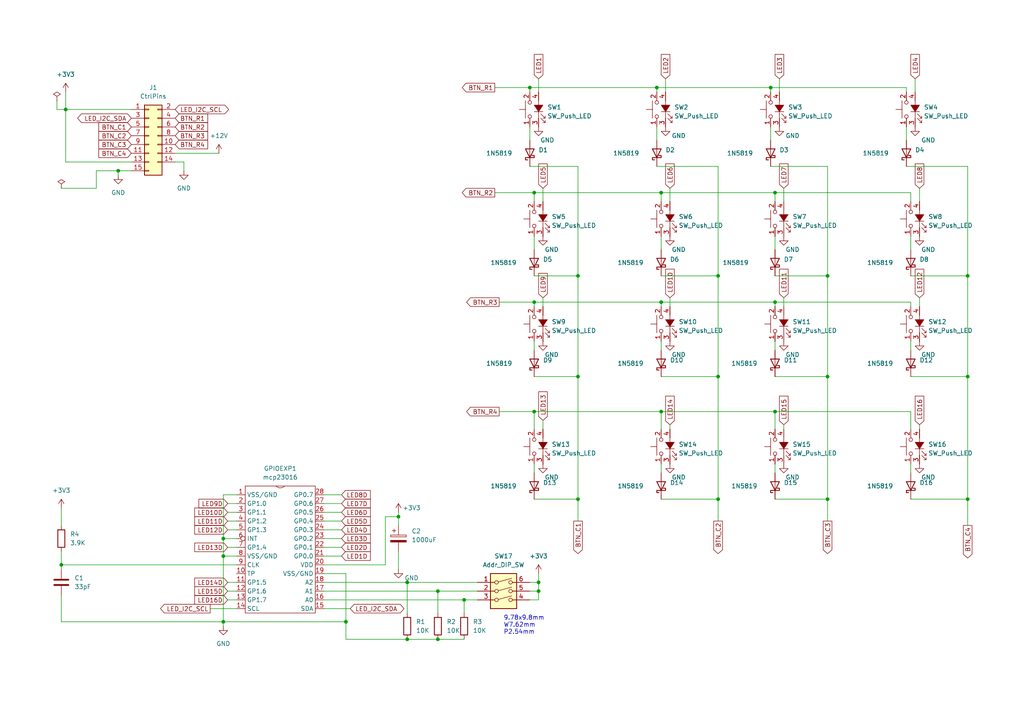
<source format=kicad_sch>
(kicad_sch (version 20211123) (generator eeschema)
  (paper "A4")
  (title_block (title "Mission DMX Input Button Array") (date "2022-10-24") (rev "0") (company "AStA Uni Lübeck") (comment 1 "Autor von Leon Dietrich") (comment 2 "Erwartet 3.3V und 12V Spannungsversorgung") (comment 3 "3.3V nur für Signalleitung"))
  (lib_symbols
    (symbol "Connector_Generic:Conn_2Rows-15Pins" (pin_names (offset 1.016) hide)
      (property "Reference" "J" (at 1.27 10.16 0))
      (property "Value" "Conn_2Rows-15Pins" (at 1.27 -12.7 0))
      (symbol "Conn_2Rows-15Pins_1_1"
        (rectangle (start -1.27 -10.033) (end 0 -10.287) (stroke (width 0.1524)))
        (rectangle (start -1.27 -7.493) (end 0 -7.747) (stroke (width 0.1524)))
        (rectangle (start -1.27 -4.953) (end 0 -5.207) (stroke (width 0.1524)))
        (rectangle (start -1.27 -2.413) (end 0 -2.667) (stroke (width 0.1524)))
        (rectangle (start -1.27 0.127) (end 0 -0.127) (stroke (width 0.1524)))
        (rectangle (start -1.27 2.667) (end 0 2.413) (stroke (width 0.1524)))
        (rectangle (start -1.27 5.207) (end 0 4.953) (stroke (width 0.1524)))
        (rectangle (start -1.27 7.747) (end 0 7.493) (stroke (width 0.1524)))
        (rectangle (start -1.27 8.89) (end 3.81 -11.43) (stroke (width 0.254)) (fill (type background)))
        (rectangle (start 3.81 -7.493) (end 2.54 -7.747) (stroke (width 0.1524)))
        (rectangle (start 3.81 -4.953) (end 2.54 -5.207) (stroke (width 0.1524)))
        (rectangle (start 3.81 -2.413) (end 2.54 -2.667) (stroke (width 0.1524)))
        (rectangle (start 3.81 0.127) (end 2.54 -0.127) (stroke (width 0.1524)))
        (rectangle (start 3.81 2.667) (end 2.54 2.413) (stroke (width 0.1524)))
        (rectangle (start 3.81 5.207) (end 2.54 4.953) (stroke (width 0.1524)))
        (rectangle (start 3.81 7.747) (end 2.54 7.493) (stroke (width 0.1524)))
        (pin passive line (at -5.08 7.62 0) (length 3.81) (name "Pin_1") (number "1"))
        (pin passive line (at 7.62 -2.54 180) (length 3.81) (name "Pin_10") (number "10"))
        (pin passive line (at -5.08 -5.08 0) (length 3.81) (name "Pin_11") (number "11"))
        (pin passive line (at 7.62 -5.08 180) (length 3.81) (name "Pin_12") (number "12"))
        (pin passive line (at -5.08 -7.62 0) (length 3.81) (name "Pin_13") (number "13"))
        (pin passive line (at 7.62 -7.62 180) (length 3.81) (name "Pin_14") (number "14"))
        (pin passive line (at -5.08 -10.16 0) (length 3.81) (name "Pin_15") (number "15"))
        (pin passive line (at 7.62 7.62 180) (length 3.81) (name "Pin_2") (number "2"))
        (pin passive line (at -5.08 5.08 0) (length 3.81) (name "Pin_3") (number "3"))
        (pin passive line (at 7.62 5.08 180) (length 3.81) (name "Pin_4") (number "4"))
        (pin passive line (at -5.08 2.54 0) (length 3.81) (name "Pin_5") (number "5"))
        (pin passive line (at 7.62 2.54 180) (length 3.81) (name "Pin_6") (number "6"))
        (pin passive line (at -5.08 0 0) (length 3.81) (name "Pin_7") (number "7"))
        (pin passive line (at 7.62 0 180) (length 3.81) (name "Pin_8") (number "8"))
        (pin passive line (at -5.08 -2.54 0) (length 3.81) (name "Pin_9") (number "9"))
      )
    )
    (symbol "Device:C" (pin_numbers hide) (pin_names (offset 0.254))
      (property "Reference" "C" (at 0.635 2.54 0))
      (property "Value" "C" (at 0.635 -2.54 0))
      (symbol "C_0_1"
        (polyline (pts (xy -2.032 -0.762) (xy 2.032 -0.762)) (stroke (width 0.508)))
        (polyline (pts (xy -2.032 0.762) (xy 2.032 0.762)) (stroke (width 0.508)))
      )
      (symbol "C_1_1"
        (pin passive line (at 0 3.81 270) (length 2.794) (name "~") (number "1"))
        (pin passive line (at 0 -3.81 90) (length 2.794) (name "~") (number "2"))
      )
    )
    (symbol "Device:C_Polarized" (pin_numbers hide) (pin_names (offset 0.254))
      (property "Reference" "C" (at 0.635 2.54 0))
      (property "Value" "C_Polarized" (at 0.635 -2.54 0))
      (symbol "C_Polarized_0_1"
        (rectangle (start -2.286 0.508) (end 2.286 1.016))
        (polyline (pts (xy -1.778 2.286) (xy -0.762 2.286)))
        (polyline (pts (xy -1.27 2.794) (xy -1.27 1.778)))
        (rectangle (start 2.286 -0.508) (end -2.286 -1.016) (fill (type outline)))
      )
      (symbol "C_Polarized_1_1"
        (pin passive line (at 0 3.81 270) (length 2.794) (name "~") (number "1"))
        (pin passive line (at 0 -3.81 90) (length 2.794) (name "~") (number "2"))
      )
    )
    (symbol "Device:D_Schottky" (pin_numbers hide) (pin_names (offset 1.016) hide)
      (property "Reference" "D" (at 0 2.54 0))
      (property "Value" "D_Schottky" (at 0 -2.54 0))
      (symbol "D_Schottky_0_1"
        (polyline (pts (xy 1.27 0) (xy -1.27 0)))
        (polyline (pts (xy 1.27 1.27) (xy 1.27 -1.27) (xy -1.27 0) (xy 1.27 1.27)) (stroke (width 0.254)))
        (polyline (pts (xy -1.905 0.635) (xy -1.905 1.27) (xy -1.27 1.27) (xy -1.27 -1.27) (xy -0.635 -1.27) (xy -0.635 -0.635)) (stroke (width 0.254)))
      )
      (symbol "D_Schottky_1_1"
        (pin passive line (at -3.81 0 0) (length 2.54) (name "K") (number "1"))
        (pin passive line (at 3.81 0 180) (length 2.54) (name "A") (number "2"))
      )
    )
    (symbol "Device:R" (pin_numbers hide) (pin_names (offset 0))
      (property "Reference" "R" (at 2.032 0 90))
      (property "Value" "R" (at 0 0 90))
      (symbol "R_0_1"
        (rectangle (start -1.016 -2.54) (end 1.016 2.54) (stroke (width 0.254)))
      )
      (symbol "R_1_1"
        (pin passive line (at 0 3.81 270) (length 1.27) (name "~") (number "1"))
        (pin passive line (at 0 -3.81 90) (length 1.27) (name "~") (number "2"))
      )
    )
    (symbol "Mission_DMX_Symbol_Library:mcp23016"
      (property "Reference" "GPIOEXP" (at 0 -38.1 0))
      (property "Value" "mcp23016" (at 0 -15.24 90))
      (symbol "mcp23016_0_1"
        (rectangle (start -10.16 0) (end 10.16 -36.83))
        (arc (start -1.27 -0.0001) (mid 0 -0.5261) (end 1.27 -0.0001))
      )
      (symbol "mcp23016_1_1"
        (pin power_in line (at -12.7 -2.54 0) (length 2.54) (name "VSS/GND") (number "1"))
        (pin passive line (at -12.7 -25.4 0) (length 2.54) (name "TP") (number "10"))
        (pin bidirectional line (at -12.7 -27.94 0) (length 2.54) (name "GP1.5") (number "11"))
        (pin bidirectional line (at -12.7 -30.48 0) (length 2.54) (name "GP1.6") (number "12"))
        (pin bidirectional line (at -12.7 -33.02 0) (length 2.54) (name "GP1.7") (number "13"))
        (pin input line (at -12.7 -35.56 0) (length 2.54) (name "SCL") (number "14"))
        (pin bidirectional line (at 12.7 -35.56 180) (length 2.54) (name "SDA") (number "15"))
        (pin input line (at 12.7 -33.02 180) (length 2.54) (name "A0") (number "16"))
        (pin input line (at 12.7 -30.48 180) (length 2.54) (name "A1") (number "17"))
        (pin input line (at 12.7 -27.94 180) (length 2.54) (name "A2") (number "18"))
        (pin power_in line (at 12.7 -25.4 180) (length 2.54) (name "VSS/GND") (number "19"))
        (pin bidirectional line (at -12.7 -5.08 0) (length 2.54) (name "GP1.0") (number "2"))
        (pin power_in line (at 12.7 -22.86 180) (length 2.54) (name "VDD") (number "20"))
        (pin bidirectional line (at 12.7 -20.32 180) (length 2.54) (name "GP0.0") (number "21"))
        (pin bidirectional line (at 12.7 -17.78 180) (length 2.54) (name "GP0.1") (number "22"))
        (pin bidirectional line (at 12.7 -15.24 180) (length 2.54) (name "GP0.2") (number "23"))
        (pin bidirectional line (at 12.7 -12.7 180) (length 2.54) (name "GP0.3") (number "24"))
        (pin bidirectional line (at 12.7 -10.16 180) (length 2.54) (name "GP0.4") (number "25"))
        (pin bidirectional line (at 12.7 -7.62 180) (length 2.54) (name "GP0.5") (number "26"))
        (pin bidirectional line (at 12.7 -5.08 180) (length 2.54) (name "GP0.6") (number "27"))
        (pin bidirectional line (at 12.7 -2.54 180) (length 2.54) (name "GP0.7") (number "28"))
        (pin bidirectional line (at -12.7 -7.62 0) (length 2.54) (name "GP1.1") (number "3"))
        (pin bidirectional line (at -12.7 -10.16 0) (length 2.54) (name "GP1.2") (number "4"))
        (pin bidirectional line (at -12.7 -12.7 0) (length 2.54) (name "GP1.3") (number "5"))
        (pin output inverted (at -12.7 -15.24 0) (length 2.54) (name "INT") (number "6"))
        (pin bidirectional line (at -12.7 -17.78 0) (length 2.54) (name "GP1.4") (number "7"))
        (pin power_in line (at -12.7 -20.32 0) (length 2.54) (name "VSS/GND") (number "8"))
        (pin input line (at -12.7 -22.86 0) (length 2.54) (name "CLK") (number "9"))
      )
    )
    (symbol "Switch:SW_DIP_x03" (pin_names (offset 0) hide)
      (property "Reference" "SW" (at 0 8.89 0))
      (property "Value" "SW_DIP_x03" (at 0 -3.81 0))
      (symbol "SW_DIP_x03_0_0"
        (circle (center -2.032 0) (radius 0.508))
        (circle (center -2.032 2.54) (radius 0.508))
        (circle (center -2.032 5.08) (radius 0.508))
        (polyline (pts (xy -1.524 0.127) (xy 2.3622 1.1684)))
        (polyline (pts (xy -1.524 2.667) (xy 2.3622 3.7084)))
        (polyline (pts (xy -1.524 5.207) (xy 2.3622 6.2484)))
        (circle (center 2.032 0) (radius 0.508))
        (circle (center 2.032 2.54) (radius 0.508))
        (circle (center 2.032 5.08) (radius 0.508))
      )
      (symbol "SW_DIP_x03_0_1"
        (rectangle (start -3.81 7.62) (end 3.81 -2.54) (stroke (width 0.254)) (fill (type background)))
      )
      (symbol "SW_DIP_x03_1_1"
        (pin passive line (at -7.62 5.08 0) (length 5.08) (name "~") (number "1"))
        (pin passive line (at -7.62 2.54 0) (length 5.08) (name "~") (number "2"))
        (pin passive line (at -7.62 0 0) (length 5.08) (name "~") (number "3"))
        (pin passive line (at 7.62 0 180) (length 5.08) (name "~") (number "4"))
        (pin passive line (at 7.62 2.54 180) (length 5.08) (name "~") (number "5"))
        (pin passive line (at 7.62 5.08 180) (length 5.08) (name "~") (number "6"))
      )
    )
    (symbol "Switch:SW_Push_LED" (pin_names (offset 1.016) hide)
      (property "Reference" "SW" (at 0.635 5.715 0))
      (property "Value" "SW_Push_LED" (at 0 -3.175 0))
      (symbol "SW_Push_LED_0_0"
        (polyline (pts (xy -3.81 -1.905) (xy -2.54 -0.635)))
        (polyline (pts (xy -2.54 -1.905) (xy -1.27 -0.635)))
        (polyline (pts (xy -2.54 0) (xy 2.54 0)))
        (polyline (pts (xy -0.635 1.27) (xy -0.635 -1.27)))
        (polyline (pts (xy -3.81 -1.27) (xy -3.81 -1.905) (xy -3.175 -1.905)))
        (polyline (pts (xy -2.54 -1.27) (xy -2.54 -1.905) (xy -1.905 -1.905)))
        (polyline (pts (xy -0.635 0) (xy 1.27 1.27) (xy 1.27 -1.27) (xy -0.635 0)) (fill (type outline)))
      )
      (symbol "SW_Push_LED_0_1"
        (circle (center -2.032 2.54) (radius 0.508))
        (polyline (pts (xy 0 3.81) (xy 0 5.588)))
        (polyline (pts (xy 2.54 3.81) (xy -2.54 3.81)))
        (circle (center 2.032 2.54) (radius 0.508))
        (pin passive line (at -5.08 2.54 0) (length 2.54) (name "1") (number "1"))
        (pin passive line (at 5.08 2.54 180) (length 2.54) (name "2") (number "2"))
        (pin passive line (at -5.08 0 0) (length 2.54) (name "K") (number "3"))
        (pin passive line (at 5.08 0 180) (length 2.54) (name "A") (number "4"))
      )
    )
    (symbol "power:+12V" (power) (pin_names (offset 0))
      (property "Value" "+12V" (at 0 3.556 0))
      (symbol "+12V_0_1"
        (polyline (pts (xy -0.762 1.27) (xy 0 2.54)))
        (polyline (pts (xy 0 0) (xy 0 2.54)))
        (polyline (pts (xy 0 2.54) (xy 0.762 1.27)))
      )
      (symbol "+12V_1_1"
        (pin power_in line (at 0 0 90) (length 0) hide (name "+12V") (number "1"))
      )
    )
    (symbol "power:+3.3V" (power) (pin_names (offset 0))
      (property "Value" "+3.3V" (at 0 3.556 0))
      (symbol "+3.3V_0_1"
        (polyline (pts (xy -0.762 1.27) (xy 0 2.54)))
        (polyline (pts (xy 0 0) (xy 0 2.54)))
        (polyline (pts (xy 0 2.54) (xy 0.762 1.27)))
      )
      (symbol "+3.3V_1_1"
        (pin power_in line (at 0 0 90) (length 0) hide (name "+3V3") (number "1"))
      )
    )
    (symbol "power:GND" (power) (pin_names (offset 0))
      (property "Value" "GND" (at 0 -3.81 0))
      (symbol "GND_0_1"
        (polyline (pts (xy 0 0) (xy 0 -1.27) (xy 1.27 -1.27) (xy 0 -2.54) (xy -1.27 -1.27) (xy 0 -1.27)))
      )
      (symbol "GND_1_1"
        (pin power_in line (at 0 0 270) (length 0) hide (name "GND") (number "1"))
      )
    )
    (symbol "power:PWR_FLAG" (power) (pin_numbers hide) (pin_names (offset 0) hide)
      (property "Value" "PWR_FLAG" (at 0 3.81 0))
      (symbol "PWR_FLAG_0_0"
        (pin power_out line (at 0 0 90) (length 0) (name "pwr") (number "1"))
      )
      (symbol "PWR_FLAG_0_1"
        (polyline (pts (xy 0 0) (xy 0 1.27) (xy -1.016 1.905) (xy 0 2.54) (xy 1.016 1.905) (xy 0 1.27)))
      )
    )
  )
  (junction (at 224.79 119.38))
  (junction (at 118.11 168.91))
  (junction (at 280.67 80.01))
  (junction (at 154.94 55.88))
  (junction (at 134.62 173.99))
  (junction (at 34.29 49.53))
  (junction (at 208.28 144.78))
  (junction (at 240.03 80.01))
  (junction (at 191.77 119.38))
  (junction (at 224.79 55.88))
  (junction (at 208.28 80.01))
  (junction (at 64.77 180.34))
  (junction (at 19.05 31.75))
  (junction (at 167.64 80.01))
  (junction (at 208.28 109.22))
  (junction (at 127 185.42))
  (junction (at 153.67 25.4))
  (junction (at 118.11 185.42))
  (junction (at 167.64 109.22))
  (junction (at 190.5 25.4))
  (junction (at 64.77 156.21))
  (junction (at 100.33 180.34))
  (junction (at 224.79 87.63))
  (junction (at 115.57 149.86))
  (junction (at 191.77 55.88))
  (junction (at 191.77 87.63))
  (junction (at 223.52 25.4))
  (junction (at 167.64 144.78))
  (junction (at 156.21 171.45))
  (junction (at 17.78 163.83))
  (junction (at 127 171.45))
  (junction (at 156.21 168.91))
  (junction (at 280.67 144.78))
  (junction (at 240.03 109.22))
  (junction (at 240.03 144.78))
  (junction (at 280.67 109.22))
  (junction (at 64.77 161.29))
  (junction (at 154.94 119.38))
  (junction (at 154.94 87.63))
  (wire (pts (xy 167.64 48.26) (xy 153.67 48.26)))
  (wire (pts (xy 190.5 25.4) (xy 190.5 26.67)))
  (wire (pts (xy 264.16 101.6) (xy 264.16 99.06)))
  (wire (pts (xy 93.98 173.99) (xy 134.62 173.99)))
  (wire (pts (xy 194.31 54.61) (xy 194.31 58.42)))
  (wire (pts (xy 167.64 109.22) (xy 167.64 80.01)))
  (wire (pts (xy 153.67 173.99) (xy 156.21 173.99)))
  (wire (pts (xy 191.77 109.22) (xy 208.28 109.22)))
  (wire (pts (xy 264.16 144.78) (xy 280.67 144.78)))
  (wire (pts (xy 115.57 149.86) (xy 115.57 152.4)))
  (wire (pts (xy 127 185.42) (xy 134.62 185.42)))
  (wire (pts (xy 190.5 25.4) (xy 223.52 25.4)))
  (wire (pts (xy 93.98 148.59) (xy 99.06 148.59)))
  (wire (pts (xy 224.79 119.38) (xy 264.16 119.38)))
  (wire (pts (xy 127 171.45) (xy 127 177.8)))
  (wire (pts (xy 190.5 40.64) (xy 190.5 36.83)))
  (wire (pts (xy 224.79 119.38) (xy 224.79 124.46)))
  (wire (pts (xy 127 171.45) (xy 138.43 171.45)))
  (wire (pts (xy 93.98 168.91) (xy 118.11 168.91)))
  (wire (pts (xy 66.04 148.59) (xy 68.58 148.59)))
  (wire (pts (xy 264.16 119.38) (xy 264.16 124.46)))
  (wire (pts (xy 154.94 87.63) (xy 154.94 88.9)))
  (wire (pts (xy 265.43 22.86) (xy 265.43 26.67)))
  (wire (pts (xy 93.98 143.51) (xy 99.06 143.51)))
  (wire (pts (xy 66.04 158.75) (xy 68.58 158.75)))
  (wire (pts (xy 17.78 163.83) (xy 68.58 163.83)))
  (wire (pts (xy 224.79 87.63) (xy 264.16 87.63)))
  (wire (pts (xy 138.43 173.99) (xy 134.62 173.99)))
  (wire (pts (xy 266.7 54.61) (xy 266.7 58.42)))
  (wire (pts (xy 66.04 171.45) (xy 68.58 171.45)))
  (wire (pts (xy 38.1 49.53) (xy 34.29 49.53)))
  (wire (pts (xy 227.33 123.19) (xy 227.33 124.46)))
  (wire (pts (xy 191.77 72.39) (xy 191.77 68.58)))
  (wire (pts (xy 53.34 46.99) (xy 53.34 49.53)))
  (wire (pts (xy 264.16 72.39) (xy 264.16 68.58)))
  (wire (pts (xy 191.77 55.88) (xy 191.77 58.42)))
  (wire (pts (xy 191.77 144.78) (xy 208.28 144.78)))
  (wire (pts (xy 118.11 185.42) (xy 127 185.42)))
  (wire (pts (xy 223.52 25.4) (xy 223.52 26.67)))
  (wire (pts (xy 143.51 55.88) (xy 154.94 55.88)))
  (wire (pts (xy 167.64 144.78) (xy 167.64 109.22)))
  (wire (pts (xy 264.16 55.88) (xy 264.16 58.42)))
  (wire (pts (xy 191.77 55.88) (xy 224.79 55.88)))
  (wire (pts (xy 157.48 86.36) (xy 157.48 88.9)))
  (wire (pts (xy 153.67 171.45) (xy 156.21 171.45)))
  (wire (pts (xy 227.33 86.36) (xy 227.33 88.9)))
  (wire (pts (xy 93.98 151.13) (xy 99.06 151.13)))
  (wire (pts (xy 223.52 25.4) (xy 262.89 25.4)))
  (wire (pts (xy 224.79 80.01) (xy 240.03 80.01)))
  (wire (pts (xy 93.98 163.83) (xy 111.76 163.83)))
  (wire (pts (xy 191.77 80.01) (xy 208.28 80.01)))
  (wire (pts (xy 17.78 163.83) (xy 17.78 165.1)))
  (wire (pts (xy 154.94 55.88) (xy 154.94 58.42)))
  (wire (pts (xy 226.06 22.86) (xy 226.06 26.67)))
  (wire (pts (xy 224.79 101.6) (xy 224.79 99.06)))
  (wire (pts (xy 118.11 168.91) (xy 138.43 168.91)))
  (wire (pts (xy 154.94 80.01) (xy 167.64 80.01)))
  (wire (pts (xy 224.79 72.39) (xy 224.79 68.58)))
  (wire (pts (xy 115.57 148.59) (xy 115.57 149.86)))
  (wire (pts (xy 157.48 121.92) (xy 157.48 124.46)))
  (wire (pts (xy 64.77 156.21) (xy 64.77 161.29)))
  (wire (pts (xy 208.28 151.13) (xy 208.28 144.78)))
  (wire (pts (xy 154.94 119.38) (xy 154.94 124.46)))
  (wire (pts (xy 100.33 166.37) (xy 100.33 180.34)))
  (wire (pts (xy 93.98 176.53) (xy 101.6 176.53)))
  (wire (pts (xy 111.76 149.86) (xy 115.57 149.86)))
  (wire (pts (xy 154.94 101.6) (xy 154.94 99.06)))
  (wire (pts (xy 280.67 152.4) (xy 280.67 144.78)))
  (wire (pts (xy 191.77 87.63) (xy 191.77 88.9)))
  (wire (pts (xy 208.28 109.22) (xy 208.28 80.01)))
  (wire (pts (xy 153.67 25.4) (xy 153.67 26.67)))
  (wire (pts (xy 280.67 109.22) (xy 280.67 80.01)))
  (wire (pts (xy 118.11 168.91) (xy 118.11 177.8)))
  (wire (pts (xy 154.94 137.16) (xy 154.94 134.62)))
  (wire (pts (xy 100.33 180.34) (xy 100.33 185.42)))
  (wire (pts (xy 153.67 168.91) (xy 156.21 168.91)))
  (wire (pts (xy 66.04 153.67) (xy 68.58 153.67)))
  (wire (pts (xy 280.67 80.01) (xy 280.67 48.26)))
  (wire (pts (xy 240.03 48.26) (xy 223.52 48.26)))
  (wire (pts (xy 64.77 143.51) (xy 64.77 156.21)))
  (wire (pts (xy 134.62 173.99) (xy 134.62 177.8)))
  (wire (pts (xy 264.16 80.01) (xy 280.67 80.01)))
  (wire (pts (xy 224.79 87.63) (xy 224.79 88.9)))
  (wire (pts (xy 144.78 87.63) (xy 154.94 87.63)))
  (wire (pts (xy 262.89 40.64) (xy 262.89 36.83)))
  (wire (pts (xy 64.77 180.34) (xy 100.33 180.34)))
  (wire (pts (xy 224.79 109.22) (xy 240.03 109.22)))
  (wire (pts (xy 224.79 55.88) (xy 224.79 58.42)))
  (wire (pts (xy 156.21 173.99) (xy 156.21 171.45)))
  (wire (pts (xy 111.76 163.83) (xy 111.76 149.86)))
  (wire (pts (xy 156.21 22.86) (xy 156.21 26.67)))
  (wire (pts (xy 19.05 26.67) (xy 19.05 31.75)))
  (wire (pts (xy 154.94 144.78) (xy 167.64 144.78)))
  (wire (pts (xy 143.51 25.4) (xy 153.67 25.4)))
  (wire (pts (xy 66.04 151.13) (xy 68.58 151.13)))
  (wire (pts (xy 64.77 161.29) (xy 68.58 161.29)))
  (wire (pts (xy 17.78 160.02) (xy 17.78 163.83)))
  (wire (pts (xy 191.77 101.6) (xy 191.77 99.06)))
  (wire (pts (xy 144.78 119.38) (xy 154.94 119.38)))
  (wire (pts (xy 240.03 144.78) (xy 240.03 109.22)))
  (wire (pts (xy 223.52 40.64) (xy 223.52 36.83)))
  (wire (pts (xy 68.58 143.51) (xy 64.77 143.51)))
  (wire (pts (xy 167.64 151.13) (xy 167.64 144.78)))
  (wire (pts (xy 93.98 161.29) (xy 99.06 161.29)))
  (wire (pts (xy 154.94 72.39) (xy 154.94 68.58)))
  (wire (pts (xy 34.29 49.53) (xy 34.29 50.8)))
  (wire (pts (xy 50.8 44.45) (xy 63.5 44.45)))
  (wire (pts (xy 280.67 144.78) (xy 280.67 109.22)))
  (wire (pts (xy 38.1 31.75) (xy 19.05 31.75)))
  (wire (pts (xy 240.03 80.01) (xy 240.03 48.26)))
  (wire (pts (xy 16.51 31.75) (xy 19.05 31.75)))
  (wire (pts (xy 93.98 158.75) (xy 99.06 158.75)))
  (wire (pts (xy 153.67 25.4) (xy 190.5 25.4)))
  (wire (pts (xy 50.8 46.99) (xy 53.34 46.99)))
  (wire (pts (xy 167.64 80.01) (xy 167.64 48.26)))
  (wire (pts (xy 266.7 86.36) (xy 266.7 88.9)))
  (wire (pts (xy 194.31 86.36) (xy 194.31 88.9)))
  (wire (pts (xy 64.77 156.21) (xy 68.58 156.21)))
  (wire (pts (xy 156.21 171.45) (xy 156.21 168.91)))
  (wire (pts (xy 16.51 29.21) (xy 16.51 31.75)))
  (wire (pts (xy 66.04 168.91) (xy 68.58 168.91)))
  (wire (pts (xy 19.05 46.99) (xy 19.05 31.75)))
  (wire (pts (xy 264.16 137.16) (xy 264.16 134.62)))
  (wire (pts (xy 64.77 180.34) (xy 64.77 181.61)))
  (wire (pts (xy 17.78 172.72) (xy 17.78 180.34)))
  (wire (pts (xy 193.04 22.86) (xy 193.04 26.67)))
  (wire (pts (xy 153.67 40.64) (xy 153.67 36.83)))
  (wire (pts (xy 17.78 147.32) (xy 17.78 152.4)))
  (wire (pts (xy 157.48 54.61) (xy 157.48 58.42)))
  (wire (pts (xy 280.67 48.26) (xy 262.89 48.26)))
  (wire (pts (xy 93.98 156.21) (xy 99.06 156.21)))
  (wire (pts (xy 93.98 171.45) (xy 127 171.45)))
  (wire (pts (xy 154.94 55.88) (xy 191.77 55.88)))
  (wire (pts (xy 208.28 144.78) (xy 208.28 109.22)))
  (wire (pts (xy 27.94 49.53) (xy 34.29 49.53)))
  (wire (pts (xy 17.78 54.61) (xy 27.94 54.61)))
  (wire (pts (xy 191.77 87.63) (xy 224.79 87.63)))
  (wire (pts (xy 64.77 161.29) (xy 64.77 180.34)))
  (wire (pts (xy 27.94 54.61) (xy 27.94 49.53)))
  (wire (pts (xy 264.16 87.63) (xy 264.16 88.9)))
  (wire (pts (xy 208.28 48.26) (xy 190.5 48.26)))
  (wire (pts (xy 264.16 109.22) (xy 280.67 109.22)))
  (wire (pts (xy 154.94 109.22) (xy 167.64 109.22)))
  (wire (pts (xy 66.04 173.99) (xy 68.58 173.99)))
  (wire (pts (xy 115.57 160.02) (xy 115.57 165.1)))
  (wire (pts (xy 93.98 146.05) (xy 99.06 146.05)))
  (wire (pts (xy 224.79 55.88) (xy 264.16 55.88)))
  (wire (pts (xy 227.33 54.61) (xy 227.33 58.42)))
  (wire (pts (xy 118.11 185.42) (xy 100.33 185.42)))
  (wire (pts (xy 93.98 153.67) (xy 99.06 153.67)))
  (wire (pts (xy 262.89 25.4) (xy 262.89 26.67)))
  (wire (pts (xy 208.28 80.01) (xy 208.28 48.26)))
  (wire (pts (xy 154.94 87.63) (xy 191.77 87.63)))
  (wire (pts (xy 266.7 123.19) (xy 266.7 124.46)))
  (wire (pts (xy 60.96 176.53) (xy 68.58 176.53)))
  (wire (pts (xy 191.77 137.16) (xy 191.77 134.62)))
  (wire (pts (xy 156.21 166.37) (xy 156.21 168.91)))
  (wire (pts (xy 17.78 180.34) (xy 64.77 180.34)))
  (wire (pts (xy 240.03 109.22) (xy 240.03 80.01)))
  (wire (pts (xy 93.98 166.37) (xy 100.33 166.37)))
  (wire (pts (xy 191.77 119.38) (xy 191.77 124.46)))
  (wire (pts (xy 240.03 151.13) (xy 240.03 144.78)))
  (wire (pts (xy 154.94 119.38) (xy 191.77 119.38)))
  (wire (pts (xy 66.04 146.05) (xy 68.58 146.05)))
  (wire (pts (xy 191.77 119.38) (xy 224.79 119.38)))
  (wire (pts (xy 224.79 144.78) (xy 240.03 144.78)))
  (wire (pts (xy 19.05 46.99) (xy 38.1 46.99)))
  (wire (pts (xy 194.31 123.19) (xy 194.31 124.46)))
  (wire (pts (xy 224.79 137.16) (xy 224.79 134.62)))
  (text "9.78x9.8mm\nW7.62mm\nP2.54mm" (at 146.05 184.15 0) (effects (font (size 1.27 1.27)) (justify left bottom)))
  (global_label "LED3D" (shape input) (at 99.06 156.21 0) (property "Referenzen zwischen Schaltplänen" "${INTERSHEET_REFS}" (effects hide)))
  (global_label "BTN_C1" (shape output) (at 167.64 151.13 270) (property "Referenzen zwischen Schaltplänen" "${INTERSHEET_REFS}" (effects hide)))
  (global_label "LED5D" (shape input) (at 99.06 151.13 0) (property "Referenzen zwischen Schaltplänen" "${INTERSHEET_REFS}" (effects hide)))
  (global_label "BTN_C3" (shape input) (at 38.1 41.91 180) (property "Referenzen zwischen Schaltplänen" "${INTERSHEET_REFS}" (effects hide)))
  (global_label "BTN_R1" (shape output) (at 143.51 25.4 180) (property "Referenzen zwischen Schaltplänen" "${INTERSHEET_REFS}" (effects hide)))
  (global_label "LED11" (shape input) (at 227.33 86.36 90) (property "Referenzen zwischen Schaltplänen" "${INTERSHEET_REFS}" (effects hide)))
  (global_label "BTN_R3" (shape output) (at 144.78 87.63 180) (property "Referenzen zwischen Schaltplänen" "${INTERSHEET_REFS}" (effects hide)))
  (global_label "BTN_R2" (shape output) (at 143.51 55.88 180) (property "Referenzen zwischen Schaltplänen" "${INTERSHEET_REFS}" (effects hide)))
  (global_label "LED1" (shape input) (at 156.21 22.86 90) (property "Referenzen zwischen Schaltplänen" "${INTERSHEET_REFS}" (effects hide)))
  (global_label "LED2D" (shape input) (at 99.06 158.75 0) (property "Referenzen zwischen Schaltplänen" "${INTERSHEET_REFS}" (effects hide)))
  (global_label "LED13D" (shape input) (at 66.04 158.75 180) (property "Referenzen zwischen Schaltplänen" "${INTERSHEET_REFS}" (effects hide)))
  (global_label "BTN_R4" (shape input) (at 50.8 41.91 0) (property "Referenzen zwischen Schaltplänen" "${INTERSHEET_REFS}" (effects hide)))
  (global_label "LED9D" (shape input) (at 66.04 146.05 180) (property "Referenzen zwischen Schaltplänen" "${INTERSHEET_REFS}" (effects hide)))
  (global_label "LED12" (shape input) (at 266.7 86.36 90) (property "Referenzen zwischen Schaltplänen" "${INTERSHEET_REFS}" (effects hide)))
  (global_label "LED7" (shape input) (at 227.33 54.61 90) (property "Referenzen zwischen Schaltplänen" "${INTERSHEET_REFS}" (effects hide)))
  (global_label "LED1D" (shape input) (at 99.06 161.29 0) (property "Referenzen zwischen Schaltplänen" "${INTERSHEET_REFS}" (effects hide)))
  (global_label "BTN_C4" (shape output) (at 280.67 152.4 270) (property "Referenzen zwischen Schaltplänen" "${INTERSHEET_REFS}" (effects hide)))
  (global_label "LED7D" (shape input) (at 99.06 146.05 0) (property "Referenzen zwischen Schaltplänen" "${INTERSHEET_REFS}" (effects hide)))
  (global_label "BTN_C4" (shape input) (at 38.1 44.45 180) (property "Referenzen zwischen Schaltplänen" "${INTERSHEET_REFS}" (effects hide)))
  (global_label "LED16D" (shape input) (at 66.04 173.99 180) (property "Referenzen zwischen Schaltplänen" "${INTERSHEET_REFS}" (effects hide)))
  (global_label "BTN_C2" (shape input) (at 38.1 39.37 180) (property "Referenzen zwischen Schaltplänen" "${INTERSHEET_REFS}" (effects hide)))
  (global_label "BTN_R1" (shape input) (at 50.8 34.29 0) (property "Referenzen zwischen Schaltplänen" "${INTERSHEET_REFS}" (effects hide)))
  (global_label "LED11D" (shape input) (at 66.04 151.13 180) (property "Referenzen zwischen Schaltplänen" "${INTERSHEET_REFS}" (effects hide)))
  (global_label "LED8" (shape input) (at 266.7 54.61 90) (property "Referenzen zwischen Schaltplänen" "${INTERSHEET_REFS}" (effects hide)))
  (global_label "LED6D" (shape input) (at 99.06 148.59 0) (property "Referenzen zwischen Schaltplänen" "${INTERSHEET_REFS}" (effects hide)))
  (global_label "LED5" (shape input) (at 157.48 54.61 90) (property "Referenzen zwischen Schaltplänen" "${INTERSHEET_REFS}" (effects hide)))
  (global_label "LED12D" (shape input) (at 66.04 153.67 180) (property "Referenzen zwischen Schaltplänen" "${INTERSHEET_REFS}" (effects hide)))
  (global_label "LED3" (shape input) (at 226.06 22.86 90) (property "Referenzen zwischen Schaltplänen" "${INTERSHEET_REFS}" (effects hide)))
  (global_label "LED_I2C_SCL" (shape bidirectional) (at 50.8 31.75 0) (property "Referenzen zwischen Schaltplänen" "${INTERSHEET_REFS}" (effects hide)))
  (global_label "BTN_C2" (shape output) (at 208.28 151.13 270) (property "Referenzen zwischen Schaltplänen" "${INTERSHEET_REFS}" (effects hide)))
  (global_label "LED16" (shape input) (at 266.7 123.19 90) (property "Referenzen zwischen Schaltplänen" "${INTERSHEET_REFS}" (effects hide)))
  (global_label "LED10" (shape input) (at 194.31 86.36 90) (property "Referenzen zwischen Schaltplänen" "${INTERSHEET_REFS}" (effects hide)))
  (global_label "LED10D" (shape input) (at 66.04 148.59 180) (property "Referenzen zwischen Schaltplänen" "${INTERSHEET_REFS}" (effects hide)))
  (global_label "LED2" (shape input) (at 193.04 22.86 90) (property "Referenzen zwischen Schaltplänen" "${INTERSHEET_REFS}" (effects hide)))
  (global_label "BTN_C3" (shape output) (at 240.03 151.13 270) (property "Referenzen zwischen Schaltplänen" "${INTERSHEET_REFS}" (effects hide)))
  (global_label "LED_I2C_SDA" (shape bidirectional) (at 101.6 176.53 0) (property "Referenzen zwischen Schaltplänen" "${INTERSHEET_REFS}" (effects hide)))
  (global_label "BTN_R2" (shape input) (at 50.8 36.83 0) (property "Referenzen zwischen Schaltplänen" "${INTERSHEET_REFS}" (effects hide)))
  (global_label "BTN_R4" (shape output) (at 144.78 119.38 180) (property "Referenzen zwischen Schaltplänen" "${INTERSHEET_REFS}" (effects hide)))
  (global_label "BTN_C1" (shape input) (at 38.1 36.83 180) (property "Referenzen zwischen Schaltplänen" "${INTERSHEET_REFS}" (effects hide)))
  (global_label "LED9" (shape input) (at 157.48 86.36 90) (property "Referenzen zwischen Schaltplänen" "${INTERSHEET_REFS}" (effects hide)))
  (global_label "LED15D" (shape input) (at 66.04 171.45 180) (property "Referenzen zwischen Schaltplänen" "${INTERSHEET_REFS}" (effects hide)))
  (global_label "LED13" (shape input) (at 157.48 121.92 90) (property "Referenzen zwischen Schaltplänen" "${INTERSHEET_REFS}" (effects hide)))
  (global_label "LED_I2C_SCL" (shape output) (at 60.96 176.53 180) (property "Referenzen zwischen Schaltplänen" "${INTERSHEET_REFS}" (effects hide)))
  (global_label "LED4D" (shape input) (at 99.06 153.67 0) (property "Referenzen zwischen Schaltplänen" "${INTERSHEET_REFS}" (effects hide)))
  (global_label "LED15" (shape input) (at 227.33 123.19 90) (property "Referenzen zwischen Schaltplänen" "${INTERSHEET_REFS}" (effects hide)))
  (global_label "LED14" (shape input) (at 194.31 123.19 90) (property "Referenzen zwischen Schaltplänen" "${INTERSHEET_REFS}" (effects hide)))
  (global_label "LED4" (shape input) (at 265.43 22.86 90) (property "Referenzen zwischen Schaltplänen" "${INTERSHEET_REFS}" (effects hide)))
  (global_label "LED6" (shape input) (at 194.31 54.61 90) (property "Referenzen zwischen Schaltplänen" "${INTERSHEET_REFS}" (effects hide)))
  (global_label "LED_I2C_SDA" (shape bidirectional) (at 38.1 34.29 180) (property "Referenzen zwischen Schaltplänen" "${INTERSHEET_REFS}" (effects hide)))
  (global_label "LED14D" (shape input) (at 66.04 168.91 180) (property "Referenzen zwischen Schaltplänen" "${INTERSHEET_REFS}" (effects hide)))
  (global_label "BTN_R3" (shape input) (at 50.8 39.37 0) (property "Referenzen zwischen Schaltplänen" "${INTERSHEET_REFS}" (effects hide)))
  (global_label "LED8D" (shape input) (at 99.06 143.51 0) (property "Referenzen zwischen Schaltplänen" "${INTERSHEET_REFS}" (effects hide)))
  (symbol (lib_id "Device:D_Schottky") (at 190.5 44.45 90) (unit 1)
    (property "Reference" "D2" (at 193.04 43.4974 90) (effects (justify right)))
    (property "Value" "1N5819" (at 177.8 44.45 90) (effects (justify right)))
    (property "Footprint" "Diode_THT:D_DO-41_SOD81_P10.16mm_Horizontal" (effects hide))
  )
  (symbol (lib_id "Device:D_Schottky") (at 264.16 140.97 90) (unit 1)
    (property "Reference" "D16" (at 266.7 140.0174 90) (effects (justify right)))
    (property "Value" "1N5819" (at 251.46 140.97 90) (effects (justify right)))
    (property "Footprint" "Diode_THT:D_DO-41_SOD81_P10.16mm_Horizontal" (effects hide))
  )
  (symbol (lib_id "power:GND") (at 227.33 99.06 0) (unit 1)
    (property "Reference" "#PWR014" (effects hide))
    (property "Value" "GND" (at 229.87 102.87 0))
  )
  (symbol (lib_id "Switch:SW_Push_LED") (at 194.31 129.54 90) (unit 1)
    (property "Reference" "SW14" (at 196.85 128.9049 90) (effects (justify right)))
    (property "Value" "SW_Push_LED" (at 196.85 131.4449 90) (effects (justify right)))
    (property "Footprint" "Mission_DMX_Footprint_Library:MX-1.0u-LED" (effects hide))
  )
  (symbol (lib_id "power:+3.3V") (at 115.57 148.59 0) (unit 1)
    (property "Reference" "#PWR021" (effects hide))
    (property "Value" "+3.3V" (at 119.38 147.32 0))
  )
  (symbol (lib_id "Switch:SW_Push_LED") (at 227.33 129.54 90) (unit 1)
    (property "Reference" "SW15" (at 229.87 128.9049 90) (effects (justify right)))
    (property "Value" "SW_Push_LED" (at 229.87 131.4449 90) (effects (justify right)))
    (property "Footprint" "Mission_DMX_Footprint_Library:MX-1.0u-LED" (effects hide))
  )
  (symbol (lib_id "power:GND") (at 64.77 181.61 0) (unit 1)
    (property "Reference" "#PWR020" (effects hide))
    (property "Value" "GND" (at 64.77 186.69 0))
  )
  (symbol (lib_id "Device:C") (at 17.78 168.91 0) (unit 1)
    (property "Reference" "C1" (at 21.59 167.6399 0) (effects (justify left)))
    (property "Value" "33pF" (at 21.59 170.1799 0) (effects (justify left)))
    (property "Footprint" "Capacitor_SMD:C_0201_0603Metric_Pad0.64x0.40mm_HandSolder" (effects hide))
  )
  (symbol (lib_id "power:+12V") (at 63.5 44.45 0) (unit 1)
    (property "Reference" "#PWR024" (effects hide))
    (property "Value" "+12V" (at 63.5 39.37 0))
  )
  (symbol (lib_id "Device:D_Schottky") (at 154.94 76.2 90) (unit 1)
    (property "Reference" "D5" (at 157.48 75.2474 90) (effects (justify right)))
    (property "Value" "1N5819" (at 142.24 76.2 90) (effects (justify right)))
    (property "Footprint" "Diode_THT:D_DO-41_SOD81_P10.16mm_Horizontal" (effects hide))
  )
  (symbol (lib_id "Device:R") (at 17.78 156.21 0) (unit 1)
    (property "Reference" "R4" (at 20.32 154.9399 0) (effects (justify left)))
    (property "Value" "3.9K" (at 20.32 157.4799 0) (effects (justify left)))
    (property "Footprint" "Resistor_SMD:R_0603_1608Metric_Pad0.98x0.95mm_HandSolder" (effects hide))
  )
  (symbol (lib_id "power:GND") (at 226.06 36.83 0) (unit 1)
    (property "Reference" "#PWR012" (effects hide))
    (property "Value" "GND" (at 229.87 39.37 0))
  )
  (symbol (lib_id "power:GND") (at 194.31 134.62 0) (unit 1)
    (property "Reference" "#PWR011" (effects hide))
    (property "Value" "GND" (at 196.85 138.43 0))
  )
  (symbol (lib_id "Switch:SW_Push_LED") (at 266.7 93.98 90) (unit 1)
    (property "Reference" "SW12" (at 269.24 93.3449 90) (effects (justify right)))
    (property "Value" "SW_Push_LED" (at 269.24 95.8849 90) (effects (justify right)))
    (property "Footprint" "Mission_DMX_Footprint_Library:MX-1.0u-LED" (effects hide))
  )
  (symbol (lib_id "Device:D_Schottky") (at 191.77 140.97 90) (unit 1)
    (property "Reference" "D14" (at 194.31 140.0174 90) (effects (justify right)))
    (property "Value" "1N5819" (at 179.07 140.97 90) (effects (justify right)))
    (property "Footprint" "Diode_THT:D_DO-41_SOD81_P10.16mm_Horizontal" (effects hide))
  )
  (symbol (lib_id "Switch:SW_Push_LED") (at 157.48 129.54 90) (unit 1)
    (property "Reference" "SW13" (at 160.02 128.9049 90) (effects (justify right)))
    (property "Value" "SW_Push_LED" (at 160.02 131.4449 90) (effects (justify right)))
    (property "Footprint" "Mission_DMX_Footprint_Library:MX-1.0u-LED" (effects hide))
  )
  (symbol (lib_id "power:GND") (at 157.48 134.62 0) (unit 1)
    (property "Reference" "#PWR07" (effects hide))
    (property "Value" "GND" (at 160.02 138.43 0))
  )
  (symbol (lib_id "power:GND") (at 194.31 99.06 0) (unit 1)
    (property "Reference" "#PWR010" (effects hide))
    (property "Value" "GND" (at 196.85 102.87 0))
  )
  (symbol (lib_id "Switch:SW_Push_LED") (at 266.7 129.54 90) (unit 1)
    (property "Reference" "SW16" (at 269.24 128.9049 90) (effects (justify right)))
    (property "Value" "SW_Push_LED" (at 269.24 131.4449 90) (effects (justify right)))
    (property "Footprint" "Mission_DMX_Footprint_Library:MX-1.0u-LED" (effects hide))
  )
  (symbol (lib_id "Device:D_Schottky") (at 154.94 105.41 90) (unit 1)
    (property "Reference" "D9" (at 157.48 104.4574 90) (effects (justify right)))
    (property "Value" "1N5819" (at 140.97 105.41 90) (effects (justify right)))
    (property "Footprint" "Diode_THT:D_DO-41_SOD81_P10.16mm_Horizontal" (effects hide))
  )
  (symbol (lib_id "Device:D_Schottky") (at 154.94 140.97 90) (unit 1)
    (property "Reference" "D13" (at 157.48 140.0174 90) (effects (justify right)))
    (property "Value" "1N5819" (at 142.24 140.97 90) (effects (justify right)))
    (property "Footprint" "Diode_THT:D_DO-41_SOD81_P10.16mm_Horizontal" (effects hide))
  )
  (symbol (lib_id "power:GND") (at 115.57 165.1 0) (unit 1)
    (property "Reference" "#PWR025" (effects hide))
    (property "Value" "GND" (at 119.38 167.64 0))
  )
  (symbol (lib_id "Switch:SW_Push_LED") (at 194.31 63.5 90) (unit 1)
    (property "Reference" "SW6" (at 196.85 62.8649 90) (effects (justify right)))
    (property "Value" "SW_Push_LED" (at 196.85 65.4049 90) (effects (justify right)))
    (property "Footprint" "Mission_DMX_Footprint_Library:MX-1.0u-LED" (effects hide))
  )
  (symbol (lib_id "power:PWR_FLAG") (at 16.51 29.21 0) (unit 1)
    (property "Reference" "#FLG01" (effects hide))
    (property "Value" "PWR_FLAG" (effects hide))
  )
  (symbol (lib_id "power:GND") (at 227.33 134.62 0) (unit 1)
    (property "Reference" "#PWR015" (effects hide))
    (property "Value" "GND" (at 229.87 138.43 0))
  )
  (symbol (lib_id "power:GND") (at 157.48 99.06 0) (unit 1)
    (property "Reference" "#PWR06" (effects hide))
    (property "Value" "GND" (at 160.02 102.87 0))
  )
  (symbol (lib_id "Switch:SW_Push_LED") (at 157.48 93.98 90) (unit 1)
    (property "Reference" "SW9" (at 160.02 93.3449 90) (effects (justify right)))
    (property "Value" "SW_Push_LED" (at 160.02 95.8849 90) (effects (justify right)))
    (property "Footprint" "Mission_DMX_Footprint_Library:MX-1.0u-LED" (effects hide))
  )
  (symbol (lib_id "Switch:SW_Push_LED") (at 193.04 31.75 90) (unit 1)
    (property "Reference" "SW2" (at 195.58 31.1149 90) (effects (justify right)))
    (property "Value" "SW_Push_LED" (at 195.58 33.6549 90) (effects (justify right)))
    (property "Footprint" "Mission_DMX_Footprint_Library:MX-1.0u-LED" (effects hide))
  )
  (symbol (lib_id "power:GND") (at 266.7 99.06 0) (unit 1)
    (property "Reference" "#PWR018" (effects hide))
    (property "Value" "GND" (at 269.24 102.87 0))
  )
  (symbol (lib_id "Device:D_Schottky") (at 224.79 76.2 90) (unit 1)
    (property "Reference" "D7" (at 227.33 75.2474 90) (effects (justify right)))
    (property "Value" "1N5819" (at 209.55 76.2 90) (effects (justify right)))
    (property "Footprint" "Diode_THT:D_DO-41_SOD81_P10.16mm_Horizontal" (effects hide))
  )
  (symbol (lib_id "Switch:SW_Push_LED") (at 265.43 31.75 90) (unit 1)
    (property "Reference" "SW4" (at 267.97 31.1149 90) (effects (justify right)))
    (property "Value" "SW_Push_LED" (at 267.97 33.6549 90) (effects (justify right)))
    (property "Footprint" "Mission_DMX_Footprint_Library:MX-1.0u-LED" (effects hide))
  )
  (symbol (lib_id "power:GND") (at 193.04 36.83 0) (unit 1)
    (property "Reference" "#PWR08" (effects hide))
    (property "Value" "GND" (at 196.85 39.37 0))
  )
  (symbol (lib_id "power:GND") (at 227.33 68.58 0) (unit 1)
    (property "Reference" "#PWR013" (effects hide))
    (property "Value" "GND" (at 229.87 72.39 0))
  )
  (symbol (lib_id "power:GND") (at 53.34 49.53 0) (unit 1)
    (property "Reference" "#PWR03" (effects hide))
    (property "Value" "GND" (at 53.34 54.61 0))
  )
  (symbol (lib_id "Device:R") (at 118.11 181.61 0) (unit 1)
    (property "Reference" "R1" (at 120.65 180.3399 0) (effects (justify left)))
    (property "Value" "10K" (at 120.65 182.8799 0) (effects (justify left)))
    (property "Footprint" "Resistor_SMD:R_0805_2012Metric_Pad1.20x1.40mm_HandSolder" (effects hide))
  )
  (symbol (lib_id "power:GND") (at 157.48 68.58 0) (unit 1)
    (property "Reference" "#PWR05" (effects hide))
    (property "Value" "GND" (at 160.02 72.39 0))
  )
  (symbol (lib_id "Switch:SW_Push_LED") (at 156.21 31.75 90) (unit 1)
    (property "Reference" "SW1" (at 158.75 31.1149 90) (effects (justify right)))
    (property "Value" "SW_Push_LED" (at 158.75 33.6549 90) (effects (justify right)))
    (property "Footprint" "Mission_DMX_Footprint_Library:MX-1.0u-LED" (effects hide))
  )
  (symbol (lib_id "power:GND") (at 266.7 134.62 0) (unit 1)
    (property "Reference" "#PWR019" (effects hide))
    (property "Value" "GND" (at 269.24 138.43 0))
  )
  (symbol (lib_id "Device:R") (at 127 181.61 0) (unit 1)
    (property "Reference" "R2" (at 129.54 180.3399 0) (effects (justify left)))
    (property "Value" "10K" (at 129.54 182.8799 0) (effects (justify left)))
    (property "Footprint" "Resistor_SMD:R_0805_2012Metric_Pad1.20x1.40mm_HandSolder" (effects hide))
  )
  (symbol (lib_id "power:GND") (at 265.43 36.83 0) (unit 1)
    (property "Reference" "#PWR016" (effects hide))
    (property "Value" "GND" (at 269.24 40.64 0))
  )
  (symbol (lib_id "Switch:SW_Push_LED") (at 157.48 63.5 90) (unit 1)
    (property "Reference" "SW5" (at 160.02 62.8649 90) (effects (justify right)))
    (property "Value" "SW_Push_LED" (at 160.02 65.4049 90) (effects (justify right)))
    (property "Footprint" "Mission_DMX_Footprint_Library:MX-1.0u-LED" (effects hide))
  )
  (symbol (lib_id "power:+3.3V") (at 156.21 166.37 0) (unit 1)
    (property "Reference" "#PWR022" (effects hide))
    (property "Value" "+3.3V" (at 156.21 161.29 0))
  )
  (symbol (lib_id "Switch:SW_Push_LED") (at 194.31 93.98 90) (unit 1)
    (property "Reference" "SW10" (at 196.85 93.3449 90) (effects (justify right)))
    (property "Value" "SW_Push_LED" (at 196.85 95.8849 90) (effects (justify right)))
    (property "Footprint" "Mission_DMX_Footprint_Library:MX-1.0u-LED" (effects hide))
  )
  (symbol (lib_id "Device:D_Schottky") (at 153.67 44.45 90) (unit 1)
    (property "Reference" "D1" (at 156.21 43.4974 90) (effects (justify right)))
    (property "Value" "1N5819" (at 140.97 44.45 90) (effects (justify right)))
    (property "Footprint" "Diode_THT:D_DO-41_SOD81_P10.16mm_Horizontal" (effects hide))
  )
  (symbol (lib_id "Switch:SW_Push_LED") (at 227.33 63.5 90) (unit 1)
    (property "Reference" "SW7" (at 229.87 62.8649 90) (effects (justify right)))
    (property "Value" "SW_Push_LED" (at 229.87 65.4049 90) (effects (justify right)))
    (property "Footprint" "Mission_DMX_Footprint_Library:MX-1.0u-LED" (effects hide))
  )
  (symbol (lib_id "Mission_DMX_Symbol_Library:mcp23016") (at 81.28 140.97 0) (unit 1)
    (property "Reference" "GPIOEXP1" (at 81.28 135.89 0))
    (property "Value" "mcp23016" (at 81.28 138.43 0))
    (property "Footprint" "Mission_DMX_Footprint_Library:mcp23016" (effects hide))
  )
  (symbol (lib_id "power:GND") (at 34.29 50.8 0) (unit 1)
    (property "Reference" "#PWR02" (effects hide))
    (property "Value" "GND" (at 34.29 55.88 0))
  )
  (symbol (lib_id "Device:D_Schottky") (at 264.16 105.41 90) (unit 1)
    (property "Reference" "D12" (at 266.7 104.4574 90) (effects (justify right)))
    (property "Value" "1N5819" (at 251.46 105.41 90) (effects (justify right)))
    (property "Footprint" "Diode_THT:D_DO-41_SOD81_P10.16mm_Horizontal" (effects hide))
  )
  (symbol (lib_id "Device:D_Schottky") (at 191.77 76.2 90) (unit 1)
    (property "Reference" "D6" (at 194.31 75.2474 90) (effects (justify right)))
    (property "Value" "1N5819" (at 179.07 76.2 90) (effects (justify right)))
    (property "Footprint" "Diode_THT:D_DO-41_SOD81_P10.16mm_Horizontal" (effects hide))
  )
  (symbol (lib_id "power:+3.3V") (at 17.78 147.32 0) (unit 1)
    (property "Reference" "#PWR023" (effects hide))
    (property "Value" "+3.3V" (at 17.78 142.24 0))
  )
  (symbol (lib_id "Switch:SW_Push_LED") (at 266.7 63.5 90) (unit 1)
    (property "Reference" "SW8" (at 269.24 62.8649 90) (effects (justify right)))
    (property "Value" "SW_Push_LED" (at 269.24 65.4049 90) (effects (justify right)))
    (property "Footprint" "Mission_DMX_Footprint_Library:MX-1.0u-LED" (effects hide))
  )
  (symbol (lib_id "Device:D_Schottky") (at 224.79 105.41 90) (unit 1)
    (property "Reference" "D11" (at 227.33 104.4574 90) (effects (justify right)))
    (property "Value" "1N5819" (at 212.09 105.41 90) (effects (justify right)))
    (property "Footprint" "Diode_THT:D_DO-41_SOD81_P10.16mm_Horizontal" (effects hide))
  )
  (symbol (lib_id "Device:D_Schottky") (at 264.16 76.2 90) (unit 1)
    (property "Reference" "D8" (at 266.7 75.2474 90) (effects (justify right)))
    (property "Value" "1N5819" (at 251.46 76.2 90) (effects (justify right)))
    (property "Footprint" "Diode_THT:D_DO-41_SOD81_P10.16mm_Horizontal" (effects hide))
  )
  (symbol (lib_id "power:GND") (at 194.31 68.58 0) (unit 1)
    (property "Reference" "#PWR09" (effects hide))
    (property "Value" "GND" (at 196.85 72.39 0))
  )
  (symbol (lib_id "power:PWR_FLAG") (at 17.78 54.61 0) (unit 1)
    (property "Reference" "#FLG02" (effects hide))
    (property "Value" "PWR_FLAG" (effects hide))
  )
  (symbol (lib_id "Switch:SW_Push_LED") (at 226.06 31.75 90) (unit 1)
    (property "Reference" "SW3" (at 228.6 31.1149 90) (effects (justify right)))
    (property "Value" "SW_Push_LED" (at 228.6 33.6549 90) (effects (justify right)))
    (property "Footprint" "Mission_DMX_Footprint_Library:MX-1.0u-LED" (effects hide))
  )
  (symbol (lib_id "Switch:SW_Push_LED") (at 227.33 93.98 90) (unit 1)
    (property "Reference" "SW11" (at 229.87 93.3449 90) (effects (justify right)))
    (property "Value" "SW_Push_LED" (at 229.87 95.8849 90) (effects (justify right)))
    (property "Footprint" "Mission_DMX_Footprint_Library:MX-1.0u-LED" (effects hide))
  )
  (symbol (lib_id "Device:R") (at 134.62 181.61 0) (unit 1)
    (property "Reference" "R3" (at 137.16 180.3399 0) (effects (justify left)))
    (property "Value" "10K" (at 137.16 182.8799 0) (effects (justify left)))
    (property "Footprint" "Resistor_SMD:R_0805_2012Metric_Pad1.20x1.40mm_HandSolder" (effects hide))
  )
  (symbol (lib_id "power:GND") (at 156.21 36.83 0) (unit 1)
    (property "Reference" "#PWR04" (effects hide))
    (property "Value" "GND" (at 158.75 40.64 0))
  )
  (symbol (lib_id "Device:D_Schottky") (at 191.77 105.41 90) (unit 1)
    (property "Reference" "D10" (at 194.31 104.4574 90) (effects (justify right)))
    (property "Value" "1N5819" (at 179.07 105.41 90) (effects (justify right)))
    (property "Footprint" "Diode_THT:D_DO-41_SOD81_P10.16mm_Horizontal" (effects hide))
  )
  (symbol (lib_id "Device:D_Schottky") (at 223.52 44.45 90) (unit 1)
    (property "Reference" "D3" (at 226.06 43.4974 90) (effects (justify right)))
    (property "Value" "1N5819" (at 210.82 44.45 90) (effects (justify right)))
    (property "Footprint" "Diode_THT:D_DO-41_SOD81_P10.16mm_Horizontal" (effects hide))
  )
  (symbol (lib_id "Device:D_Schottky") (at 262.89 44.45 90) (unit 1)
    (property "Reference" "D4" (at 265.43 43.4974 90) (effects (justify right)))
    (property "Value" "1N5819" (at 250.19 44.45 90) (effects (justify right)))
    (property "Footprint" "Diode_THT:D_DO-41_SOD81_P10.16mm_Horizontal" (effects hide))
  )
  (symbol (lib_id "Switch:SW_DIP_x03") (at 146.05 173.99 0) (unit 1)
    (property "Reference" "SW17" (at 146.05 161.29 0))
    (property "Value" "Addr_DIP_SW" (at 146.05 163.83 0))
    (property "Footprint" "Button_Switch_THT:SW_DIP_SPSTx03_Slide_9.78x9.8mm_W7.62mm_P2.54mm" (effects hide))
  )
  (symbol (lib_id "Device:C_Polarized") (at 115.57 156.21 0) (unit 1)
    (property "Reference" "C2" (at 119.38 154.0509 0) (effects (justify left)))
    (property "Value" "1000uF" (at 119.38 156.5909 0) (effects (justify left)))
    (property "Footprint" "Capacitor_THT:CP_Radial_D13.0mm_P5.00mm" (effects hide))
  )
  (symbol (lib_id "Device:D_Schottky") (at 224.79 140.97 90) (unit 1)
    (property "Reference" "D15" (at 227.33 140.0174 90) (effects (justify right)))
    (property "Value" "1N5819" (at 212.09 140.97 90) (effects (justify right)))
    (property "Footprint" "Diode_THT:D_DO-41_SOD81_P10.16mm_Horizontal" (effects hide))
  )
  (symbol (lib_id "power:+3.3V") (at 19.05 26.67 0) (unit 1)
    (property "Reference" "#PWR01" (effects hide))
    (property "Value" "+3.3V" (at 19.05 21.59 0))
  )
  (symbol (lib_id "Connector_Generic:Conn_2Rows-15Pins") (at 43.18 39.37 0) (unit 1)
    (property "Reference" "J1" (at 44.45 25.4 0))
    (property "Value" "CtrlPins" (at 44.45 27.94 0))
    (property "Footprint" "Connector_IDC:IDC-Header_2x08_P2.54mm_Latch_Vertical" (effects hide))
  )
  (symbol (lib_id "power:GND") (at 266.7 68.58 0) (unit 1)
    (property "Reference" "#PWR017" (effects hide))
    (property "Value" "GND" (at 269.24 72.39 0))
  )
  (sheet (at 300.99 1.27) (size 297.18 208.28) (stroke (width 0.1524))
    (property "Sheet name" "led_driving" (at 300.99 0.5584 0) (effects (justify left bottom)))
    (property "Sheet file" "control.kicad_sch" (at 300.99 210.1346 0) (effects (justify left top)))
  )
)
</source>
